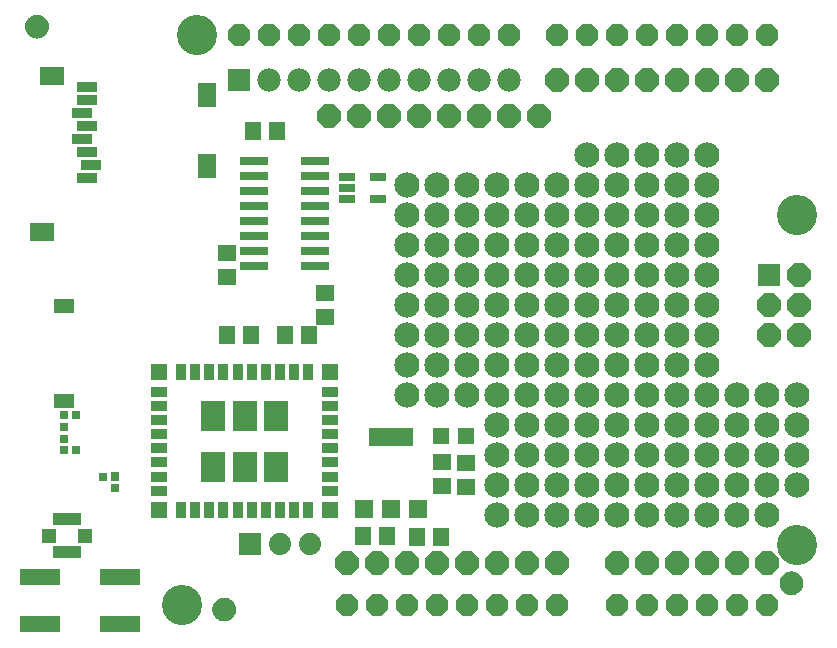
<source format=gbr>
G04 EAGLE Gerber RS-274X export*
G75*
%MOMM*%
%FSLAX34Y34*%
%LPD*%
%INSoldermask Top*%
%IPPOS*%
%AMOC8*
5,1,8,0,0,1.08239X$1,22.5*%
G01*
%ADD10C,3.403200*%
%ADD11R,0.903200X1.403200*%
%ADD12R,1.403200X1.403200*%
%ADD13R,1.403200X0.903200*%
%ADD14R,2.103200X2.603200*%
%ADD15R,1.703200X1.203200*%
%ADD16R,0.803200X0.803200*%
%ADD17R,1.403200X1.503200*%
%ADD18C,1.203200*%
%ADD19C,0.500000*%
%ADD20R,1.503200X1.403200*%
%ADD21R,1.503200X1.503200*%
%ADD22R,3.803200X1.503200*%
%ADD23R,2.403200X0.803200*%
%ADD24R,1.879600X1.879600*%
%ADD25C,1.879600*%
%ADD26R,2.403200X1.053200*%
%ADD27R,1.253200X1.203200*%
%ADD28P,2.034460X8X22.500000*%
%ADD29P,2.144431X8X22.500000*%
%ADD30R,1.981200X1.981200*%
%ADD31R,2.103200X1.603200*%
%ADD32R,1.603200X2.003200*%
%ADD33R,1.703200X0.903200*%
%ADD34C,1.981200*%
%ADD35P,2.144431X8X112.500000*%
%ADD36P,2.144431X8X292.500000*%
%ADD37R,3.403200X1.403200*%
%ADD38R,1.403200X0.753200*%
%ADD39C,2.133600*%


D10*
X152400Y508000D03*
X139700Y25400D03*
X660400Y76200D03*
X660400Y355600D03*
D11*
X138540Y105740D03*
X150540Y105740D03*
X162540Y105740D03*
X174540Y105740D03*
X186540Y105740D03*
X198540Y105740D03*
X210540Y105740D03*
X222540Y105740D03*
X234540Y105740D03*
X246540Y105740D03*
D12*
X120040Y105740D03*
X265040Y105740D03*
X265040Y222740D03*
X120040Y222740D03*
D13*
X265040Y122240D03*
X265040Y134240D03*
X265040Y146240D03*
X265040Y158240D03*
X265040Y170240D03*
X265040Y182240D03*
X265040Y194240D03*
X265040Y206240D03*
D11*
X246540Y222740D03*
X234540Y222740D03*
X222540Y222740D03*
X210540Y222740D03*
X198540Y222740D03*
X186540Y222740D03*
X174540Y222740D03*
X162540Y222740D03*
X150540Y222740D03*
X138540Y222740D03*
D13*
X120040Y206240D03*
X120040Y194240D03*
X120040Y182240D03*
X120040Y170240D03*
X120040Y158240D03*
X120040Y146240D03*
X120040Y134240D03*
X120040Y122240D03*
D14*
X192540Y142740D03*
X166040Y142740D03*
X219040Y142740D03*
X166040Y185740D03*
X192540Y185740D03*
X219040Y185740D03*
D15*
X39920Y198280D03*
X39920Y278280D03*
D16*
X50080Y186460D03*
X39920Y186460D03*
X50080Y156620D03*
X39920Y156620D03*
X40000Y166460D03*
X40000Y176620D03*
X72460Y134240D03*
X82620Y134240D03*
X82540Y134320D03*
X82540Y124160D03*
D17*
X197700Y254240D03*
X177380Y254240D03*
X246700Y254240D03*
X226380Y254240D03*
D18*
X16740Y515180D03*
D19*
X9240Y515180D02*
X9242Y514999D01*
X9249Y514818D01*
X9260Y514637D01*
X9275Y514456D01*
X9295Y514276D01*
X9319Y514096D01*
X9347Y513917D01*
X9380Y513739D01*
X9417Y513562D01*
X9458Y513385D01*
X9503Y513210D01*
X9553Y513035D01*
X9607Y512862D01*
X9665Y512691D01*
X9727Y512520D01*
X9794Y512352D01*
X9864Y512185D01*
X9938Y512019D01*
X10017Y511856D01*
X10099Y511695D01*
X10185Y511535D01*
X10275Y511378D01*
X10369Y511223D01*
X10466Y511070D01*
X10568Y510920D01*
X10672Y510772D01*
X10781Y510626D01*
X10892Y510484D01*
X11008Y510344D01*
X11126Y510207D01*
X11248Y510072D01*
X11373Y509941D01*
X11501Y509813D01*
X11632Y509688D01*
X11767Y509566D01*
X11904Y509448D01*
X12044Y509332D01*
X12186Y509221D01*
X12332Y509112D01*
X12480Y509008D01*
X12630Y508906D01*
X12783Y508809D01*
X12938Y508715D01*
X13095Y508625D01*
X13255Y508539D01*
X13416Y508457D01*
X13579Y508378D01*
X13745Y508304D01*
X13912Y508234D01*
X14080Y508167D01*
X14251Y508105D01*
X14422Y508047D01*
X14595Y507993D01*
X14770Y507943D01*
X14945Y507898D01*
X15122Y507857D01*
X15299Y507820D01*
X15477Y507787D01*
X15656Y507759D01*
X15836Y507735D01*
X16016Y507715D01*
X16197Y507700D01*
X16378Y507689D01*
X16559Y507682D01*
X16740Y507680D01*
X9240Y515180D02*
X9242Y515361D01*
X9249Y515542D01*
X9260Y515723D01*
X9275Y515904D01*
X9295Y516084D01*
X9319Y516264D01*
X9347Y516443D01*
X9380Y516621D01*
X9417Y516798D01*
X9458Y516975D01*
X9503Y517150D01*
X9553Y517325D01*
X9607Y517498D01*
X9665Y517669D01*
X9727Y517840D01*
X9794Y518008D01*
X9864Y518175D01*
X9938Y518341D01*
X10017Y518504D01*
X10099Y518665D01*
X10185Y518825D01*
X10275Y518982D01*
X10369Y519137D01*
X10466Y519290D01*
X10568Y519440D01*
X10672Y519588D01*
X10781Y519734D01*
X10892Y519876D01*
X11008Y520016D01*
X11126Y520153D01*
X11248Y520288D01*
X11373Y520419D01*
X11501Y520547D01*
X11632Y520672D01*
X11767Y520794D01*
X11904Y520912D01*
X12044Y521028D01*
X12186Y521139D01*
X12332Y521248D01*
X12480Y521352D01*
X12630Y521454D01*
X12783Y521551D01*
X12938Y521645D01*
X13095Y521735D01*
X13255Y521821D01*
X13416Y521903D01*
X13579Y521982D01*
X13745Y522056D01*
X13912Y522126D01*
X14080Y522193D01*
X14251Y522255D01*
X14422Y522313D01*
X14595Y522367D01*
X14770Y522417D01*
X14945Y522462D01*
X15122Y522503D01*
X15299Y522540D01*
X15477Y522573D01*
X15656Y522601D01*
X15836Y522625D01*
X16016Y522645D01*
X16197Y522660D01*
X16378Y522671D01*
X16559Y522678D01*
X16740Y522680D01*
X16921Y522678D01*
X17102Y522671D01*
X17283Y522660D01*
X17464Y522645D01*
X17644Y522625D01*
X17824Y522601D01*
X18003Y522573D01*
X18181Y522540D01*
X18358Y522503D01*
X18535Y522462D01*
X18710Y522417D01*
X18885Y522367D01*
X19058Y522313D01*
X19229Y522255D01*
X19400Y522193D01*
X19568Y522126D01*
X19735Y522056D01*
X19901Y521982D01*
X20064Y521903D01*
X20225Y521821D01*
X20385Y521735D01*
X20542Y521645D01*
X20697Y521551D01*
X20850Y521454D01*
X21000Y521352D01*
X21148Y521248D01*
X21294Y521139D01*
X21436Y521028D01*
X21576Y520912D01*
X21713Y520794D01*
X21848Y520672D01*
X21979Y520547D01*
X22107Y520419D01*
X22232Y520288D01*
X22354Y520153D01*
X22472Y520016D01*
X22588Y519876D01*
X22699Y519734D01*
X22808Y519588D01*
X22912Y519440D01*
X23014Y519290D01*
X23111Y519137D01*
X23205Y518982D01*
X23295Y518825D01*
X23381Y518665D01*
X23463Y518504D01*
X23542Y518341D01*
X23616Y518175D01*
X23686Y518008D01*
X23753Y517840D01*
X23815Y517669D01*
X23873Y517498D01*
X23927Y517325D01*
X23977Y517150D01*
X24022Y516975D01*
X24063Y516798D01*
X24100Y516621D01*
X24133Y516443D01*
X24161Y516264D01*
X24185Y516084D01*
X24205Y515904D01*
X24220Y515723D01*
X24231Y515542D01*
X24238Y515361D01*
X24240Y515180D01*
X24238Y514999D01*
X24231Y514818D01*
X24220Y514637D01*
X24205Y514456D01*
X24185Y514276D01*
X24161Y514096D01*
X24133Y513917D01*
X24100Y513739D01*
X24063Y513562D01*
X24022Y513385D01*
X23977Y513210D01*
X23927Y513035D01*
X23873Y512862D01*
X23815Y512691D01*
X23753Y512520D01*
X23686Y512352D01*
X23616Y512185D01*
X23542Y512019D01*
X23463Y511856D01*
X23381Y511695D01*
X23295Y511535D01*
X23205Y511378D01*
X23111Y511223D01*
X23014Y511070D01*
X22912Y510920D01*
X22808Y510772D01*
X22699Y510626D01*
X22588Y510484D01*
X22472Y510344D01*
X22354Y510207D01*
X22232Y510072D01*
X22107Y509941D01*
X21979Y509813D01*
X21848Y509688D01*
X21713Y509566D01*
X21576Y509448D01*
X21436Y509332D01*
X21294Y509221D01*
X21148Y509112D01*
X21000Y509008D01*
X20850Y508906D01*
X20697Y508809D01*
X20542Y508715D01*
X20385Y508625D01*
X20225Y508539D01*
X20064Y508457D01*
X19901Y508378D01*
X19735Y508304D01*
X19568Y508234D01*
X19400Y508167D01*
X19229Y508105D01*
X19058Y508047D01*
X18885Y507993D01*
X18710Y507943D01*
X18535Y507898D01*
X18358Y507857D01*
X18181Y507820D01*
X18003Y507787D01*
X17824Y507759D01*
X17644Y507735D01*
X17464Y507715D01*
X17283Y507700D01*
X17102Y507689D01*
X16921Y507682D01*
X16740Y507680D01*
D18*
X655470Y43890D03*
D19*
X647970Y43890D02*
X647972Y43709D01*
X647979Y43528D01*
X647990Y43347D01*
X648005Y43166D01*
X648025Y42986D01*
X648049Y42806D01*
X648077Y42627D01*
X648110Y42449D01*
X648147Y42272D01*
X648188Y42095D01*
X648233Y41920D01*
X648283Y41745D01*
X648337Y41572D01*
X648395Y41401D01*
X648457Y41230D01*
X648524Y41062D01*
X648594Y40895D01*
X648668Y40729D01*
X648747Y40566D01*
X648829Y40405D01*
X648915Y40245D01*
X649005Y40088D01*
X649099Y39933D01*
X649196Y39780D01*
X649298Y39630D01*
X649402Y39482D01*
X649511Y39336D01*
X649622Y39194D01*
X649738Y39054D01*
X649856Y38917D01*
X649978Y38782D01*
X650103Y38651D01*
X650231Y38523D01*
X650362Y38398D01*
X650497Y38276D01*
X650634Y38158D01*
X650774Y38042D01*
X650916Y37931D01*
X651062Y37822D01*
X651210Y37718D01*
X651360Y37616D01*
X651513Y37519D01*
X651668Y37425D01*
X651825Y37335D01*
X651985Y37249D01*
X652146Y37167D01*
X652309Y37088D01*
X652475Y37014D01*
X652642Y36944D01*
X652810Y36877D01*
X652981Y36815D01*
X653152Y36757D01*
X653325Y36703D01*
X653500Y36653D01*
X653675Y36608D01*
X653852Y36567D01*
X654029Y36530D01*
X654207Y36497D01*
X654386Y36469D01*
X654566Y36445D01*
X654746Y36425D01*
X654927Y36410D01*
X655108Y36399D01*
X655289Y36392D01*
X655470Y36390D01*
X647970Y43890D02*
X647972Y44071D01*
X647979Y44252D01*
X647990Y44433D01*
X648005Y44614D01*
X648025Y44794D01*
X648049Y44974D01*
X648077Y45153D01*
X648110Y45331D01*
X648147Y45508D01*
X648188Y45685D01*
X648233Y45860D01*
X648283Y46035D01*
X648337Y46208D01*
X648395Y46379D01*
X648457Y46550D01*
X648524Y46718D01*
X648594Y46885D01*
X648668Y47051D01*
X648747Y47214D01*
X648829Y47375D01*
X648915Y47535D01*
X649005Y47692D01*
X649099Y47847D01*
X649196Y48000D01*
X649298Y48150D01*
X649402Y48298D01*
X649511Y48444D01*
X649622Y48586D01*
X649738Y48726D01*
X649856Y48863D01*
X649978Y48998D01*
X650103Y49129D01*
X650231Y49257D01*
X650362Y49382D01*
X650497Y49504D01*
X650634Y49622D01*
X650774Y49738D01*
X650916Y49849D01*
X651062Y49958D01*
X651210Y50062D01*
X651360Y50164D01*
X651513Y50261D01*
X651668Y50355D01*
X651825Y50445D01*
X651985Y50531D01*
X652146Y50613D01*
X652309Y50692D01*
X652475Y50766D01*
X652642Y50836D01*
X652810Y50903D01*
X652981Y50965D01*
X653152Y51023D01*
X653325Y51077D01*
X653500Y51127D01*
X653675Y51172D01*
X653852Y51213D01*
X654029Y51250D01*
X654207Y51283D01*
X654386Y51311D01*
X654566Y51335D01*
X654746Y51355D01*
X654927Y51370D01*
X655108Y51381D01*
X655289Y51388D01*
X655470Y51390D01*
X655651Y51388D01*
X655832Y51381D01*
X656013Y51370D01*
X656194Y51355D01*
X656374Y51335D01*
X656554Y51311D01*
X656733Y51283D01*
X656911Y51250D01*
X657088Y51213D01*
X657265Y51172D01*
X657440Y51127D01*
X657615Y51077D01*
X657788Y51023D01*
X657959Y50965D01*
X658130Y50903D01*
X658298Y50836D01*
X658465Y50766D01*
X658631Y50692D01*
X658794Y50613D01*
X658955Y50531D01*
X659115Y50445D01*
X659272Y50355D01*
X659427Y50261D01*
X659580Y50164D01*
X659730Y50062D01*
X659878Y49958D01*
X660024Y49849D01*
X660166Y49738D01*
X660306Y49622D01*
X660443Y49504D01*
X660578Y49382D01*
X660709Y49257D01*
X660837Y49129D01*
X660962Y48998D01*
X661084Y48863D01*
X661202Y48726D01*
X661318Y48586D01*
X661429Y48444D01*
X661538Y48298D01*
X661642Y48150D01*
X661744Y48000D01*
X661841Y47847D01*
X661935Y47692D01*
X662025Y47535D01*
X662111Y47375D01*
X662193Y47214D01*
X662272Y47051D01*
X662346Y46885D01*
X662416Y46718D01*
X662483Y46550D01*
X662545Y46379D01*
X662603Y46208D01*
X662657Y46035D01*
X662707Y45860D01*
X662752Y45685D01*
X662793Y45508D01*
X662830Y45331D01*
X662863Y45153D01*
X662891Y44974D01*
X662915Y44794D01*
X662935Y44614D01*
X662950Y44433D01*
X662961Y44252D01*
X662968Y44071D01*
X662970Y43890D01*
X662968Y43709D01*
X662961Y43528D01*
X662950Y43347D01*
X662935Y43166D01*
X662915Y42986D01*
X662891Y42806D01*
X662863Y42627D01*
X662830Y42449D01*
X662793Y42272D01*
X662752Y42095D01*
X662707Y41920D01*
X662657Y41745D01*
X662603Y41572D01*
X662545Y41401D01*
X662483Y41230D01*
X662416Y41062D01*
X662346Y40895D01*
X662272Y40729D01*
X662193Y40566D01*
X662111Y40405D01*
X662025Y40245D01*
X661935Y40088D01*
X661841Y39933D01*
X661744Y39780D01*
X661642Y39630D01*
X661538Y39482D01*
X661429Y39336D01*
X661318Y39194D01*
X661202Y39054D01*
X661084Y38917D01*
X660962Y38782D01*
X660837Y38651D01*
X660709Y38523D01*
X660578Y38398D01*
X660443Y38276D01*
X660306Y38158D01*
X660166Y38042D01*
X660024Y37931D01*
X659878Y37822D01*
X659730Y37718D01*
X659580Y37616D01*
X659427Y37519D01*
X659272Y37425D01*
X659115Y37335D01*
X658955Y37249D01*
X658794Y37167D01*
X658631Y37088D01*
X658465Y37014D01*
X658298Y36944D01*
X658130Y36877D01*
X657959Y36815D01*
X657788Y36757D01*
X657615Y36703D01*
X657440Y36653D01*
X657265Y36608D01*
X657088Y36567D01*
X656911Y36530D01*
X656733Y36497D01*
X656554Y36469D01*
X656374Y36445D01*
X656194Y36425D01*
X656013Y36410D01*
X655832Y36399D01*
X655651Y36392D01*
X655470Y36390D01*
D20*
X360060Y126440D03*
X360060Y146760D03*
D17*
X199840Y426660D03*
X220160Y426660D03*
D21*
X293270Y106480D03*
X316270Y106480D03*
X339270Y106480D03*
D22*
X316270Y167480D03*
D17*
X313240Y83840D03*
X292920Y83840D03*
D23*
X200180Y389010D03*
X252180Y363610D03*
X200180Y401710D03*
X200180Y376310D03*
X200180Y363610D03*
X252180Y376310D03*
X252180Y350910D03*
X252180Y338210D03*
X200180Y338210D03*
X252180Y312810D03*
X200180Y350910D03*
X200180Y325510D03*
X252180Y325510D03*
X200180Y312810D03*
X252180Y389010D03*
X252180Y401710D03*
D17*
X358960Y83200D03*
X338640Y83200D03*
D20*
X177640Y303000D03*
X177640Y323320D03*
X261000Y269320D03*
X261000Y289640D03*
D24*
X197140Y77100D03*
D25*
X222540Y77100D03*
X247940Y77100D03*
D26*
X42540Y97990D03*
X42540Y70490D03*
D27*
X57790Y84240D03*
X27290Y84240D03*
D28*
X533400Y508000D03*
X508000Y25400D03*
X558800Y508000D03*
X584200Y508000D03*
X609600Y508000D03*
X635000Y508000D03*
X508000Y508000D03*
X482600Y508000D03*
X457200Y508000D03*
X416560Y508000D03*
X391160Y508000D03*
X365760Y508000D03*
X340360Y508000D03*
X314960Y508000D03*
X289560Y508000D03*
X264160Y508000D03*
X238760Y508000D03*
X533400Y25400D03*
X558800Y25400D03*
X584200Y25400D03*
X609600Y25400D03*
X635000Y25400D03*
X457200Y25400D03*
X431800Y25400D03*
X406400Y25400D03*
X381000Y25400D03*
X355600Y25400D03*
X330200Y25400D03*
X213360Y508000D03*
X187960Y508000D03*
X304800Y25400D03*
X279400Y25400D03*
D29*
X661670Y279400D03*
X636270Y279400D03*
D30*
X636270Y304800D03*
D29*
X661670Y304800D03*
X661670Y254000D03*
X636270Y254000D03*
D31*
X29700Y473040D03*
X20700Y341040D03*
D32*
X160700Y457040D03*
X160700Y397040D03*
D33*
X58700Y464040D03*
X58700Y453040D03*
X54700Y442040D03*
X58700Y431040D03*
X54700Y420040D03*
X58700Y409040D03*
X62700Y398040D03*
X58700Y387040D03*
D30*
X187960Y469900D03*
D34*
X213360Y469900D03*
X238760Y469900D03*
X264160Y469900D03*
X289560Y469900D03*
X314960Y469900D03*
X340360Y469900D03*
X365760Y469900D03*
X391160Y469900D03*
X416560Y469900D03*
D35*
X457200Y469900D03*
X482600Y469900D03*
X508000Y469900D03*
X533400Y469900D03*
X558800Y469900D03*
X584200Y469900D03*
X609600Y469900D03*
X635000Y469900D03*
D36*
X457200Y60960D03*
X431800Y60960D03*
X406400Y60960D03*
X381000Y60960D03*
X355600Y60960D03*
X330200Y60960D03*
X304800Y60960D03*
X279400Y60960D03*
X635000Y60960D03*
X609600Y60960D03*
X584200Y60960D03*
X558800Y60960D03*
X533400Y60960D03*
X508000Y60960D03*
D35*
X264160Y439420D03*
X289560Y439420D03*
X314960Y439420D03*
X340360Y439420D03*
X365760Y439420D03*
X391160Y439420D03*
X416560Y439420D03*
X441960Y439420D03*
D37*
X87340Y9210D03*
X19340Y9210D03*
X19340Y49210D03*
X87340Y49210D03*
D38*
X279100Y387960D03*
X279100Y378460D03*
X279100Y368960D03*
X305100Y368960D03*
X305100Y387960D03*
D12*
X380070Y168910D03*
X359070Y168910D03*
D20*
X379730Y125730D03*
X379730Y146050D03*
D18*
X175260Y21590D03*
D19*
X175260Y29090D02*
X175079Y29088D01*
X174898Y29081D01*
X174717Y29070D01*
X174536Y29055D01*
X174356Y29035D01*
X174176Y29011D01*
X173997Y28983D01*
X173819Y28950D01*
X173642Y28913D01*
X173465Y28872D01*
X173290Y28827D01*
X173115Y28777D01*
X172942Y28723D01*
X172771Y28665D01*
X172600Y28603D01*
X172432Y28536D01*
X172265Y28466D01*
X172099Y28392D01*
X171936Y28313D01*
X171775Y28231D01*
X171615Y28145D01*
X171458Y28055D01*
X171303Y27961D01*
X171150Y27864D01*
X171000Y27762D01*
X170852Y27658D01*
X170706Y27549D01*
X170564Y27438D01*
X170424Y27322D01*
X170287Y27204D01*
X170152Y27082D01*
X170021Y26957D01*
X169893Y26829D01*
X169768Y26698D01*
X169646Y26563D01*
X169528Y26426D01*
X169412Y26286D01*
X169301Y26144D01*
X169192Y25998D01*
X169088Y25850D01*
X168986Y25700D01*
X168889Y25547D01*
X168795Y25392D01*
X168705Y25235D01*
X168619Y25075D01*
X168537Y24914D01*
X168458Y24751D01*
X168384Y24585D01*
X168314Y24418D01*
X168247Y24250D01*
X168185Y24079D01*
X168127Y23908D01*
X168073Y23735D01*
X168023Y23560D01*
X167978Y23385D01*
X167937Y23208D01*
X167900Y23031D01*
X167867Y22853D01*
X167839Y22674D01*
X167815Y22494D01*
X167795Y22314D01*
X167780Y22133D01*
X167769Y21952D01*
X167762Y21771D01*
X167760Y21590D01*
X175260Y29090D02*
X175441Y29088D01*
X175622Y29081D01*
X175803Y29070D01*
X175984Y29055D01*
X176164Y29035D01*
X176344Y29011D01*
X176523Y28983D01*
X176701Y28950D01*
X176878Y28913D01*
X177055Y28872D01*
X177230Y28827D01*
X177405Y28777D01*
X177578Y28723D01*
X177749Y28665D01*
X177920Y28603D01*
X178088Y28536D01*
X178255Y28466D01*
X178421Y28392D01*
X178584Y28313D01*
X178745Y28231D01*
X178905Y28145D01*
X179062Y28055D01*
X179217Y27961D01*
X179370Y27864D01*
X179520Y27762D01*
X179668Y27658D01*
X179814Y27549D01*
X179956Y27438D01*
X180096Y27322D01*
X180233Y27204D01*
X180368Y27082D01*
X180499Y26957D01*
X180627Y26829D01*
X180752Y26698D01*
X180874Y26563D01*
X180992Y26426D01*
X181108Y26286D01*
X181219Y26144D01*
X181328Y25998D01*
X181432Y25850D01*
X181534Y25700D01*
X181631Y25547D01*
X181725Y25392D01*
X181815Y25235D01*
X181901Y25075D01*
X181983Y24914D01*
X182062Y24751D01*
X182136Y24585D01*
X182206Y24418D01*
X182273Y24250D01*
X182335Y24079D01*
X182393Y23908D01*
X182447Y23735D01*
X182497Y23560D01*
X182542Y23385D01*
X182583Y23208D01*
X182620Y23031D01*
X182653Y22853D01*
X182681Y22674D01*
X182705Y22494D01*
X182725Y22314D01*
X182740Y22133D01*
X182751Y21952D01*
X182758Y21771D01*
X182760Y21590D01*
X182758Y21409D01*
X182751Y21228D01*
X182740Y21047D01*
X182725Y20866D01*
X182705Y20686D01*
X182681Y20506D01*
X182653Y20327D01*
X182620Y20149D01*
X182583Y19972D01*
X182542Y19795D01*
X182497Y19620D01*
X182447Y19445D01*
X182393Y19272D01*
X182335Y19101D01*
X182273Y18930D01*
X182206Y18762D01*
X182136Y18595D01*
X182062Y18429D01*
X181983Y18266D01*
X181901Y18105D01*
X181815Y17945D01*
X181725Y17788D01*
X181631Y17633D01*
X181534Y17480D01*
X181432Y17330D01*
X181328Y17182D01*
X181219Y17036D01*
X181108Y16894D01*
X180992Y16754D01*
X180874Y16617D01*
X180752Y16482D01*
X180627Y16351D01*
X180499Y16223D01*
X180368Y16098D01*
X180233Y15976D01*
X180096Y15858D01*
X179956Y15742D01*
X179814Y15631D01*
X179668Y15522D01*
X179520Y15418D01*
X179370Y15316D01*
X179217Y15219D01*
X179062Y15125D01*
X178905Y15035D01*
X178745Y14949D01*
X178584Y14867D01*
X178421Y14788D01*
X178255Y14714D01*
X178088Y14644D01*
X177920Y14577D01*
X177749Y14515D01*
X177578Y14457D01*
X177405Y14403D01*
X177230Y14353D01*
X177055Y14308D01*
X176878Y14267D01*
X176701Y14230D01*
X176523Y14197D01*
X176344Y14169D01*
X176164Y14145D01*
X175984Y14125D01*
X175803Y14110D01*
X175622Y14099D01*
X175441Y14092D01*
X175260Y14090D01*
X175079Y14092D01*
X174898Y14099D01*
X174717Y14110D01*
X174536Y14125D01*
X174356Y14145D01*
X174176Y14169D01*
X173997Y14197D01*
X173819Y14230D01*
X173642Y14267D01*
X173465Y14308D01*
X173290Y14353D01*
X173115Y14403D01*
X172942Y14457D01*
X172771Y14515D01*
X172600Y14577D01*
X172432Y14644D01*
X172265Y14714D01*
X172099Y14788D01*
X171936Y14867D01*
X171775Y14949D01*
X171615Y15035D01*
X171458Y15125D01*
X171303Y15219D01*
X171150Y15316D01*
X171000Y15418D01*
X170852Y15522D01*
X170706Y15631D01*
X170564Y15742D01*
X170424Y15858D01*
X170287Y15976D01*
X170152Y16098D01*
X170021Y16223D01*
X169893Y16351D01*
X169768Y16482D01*
X169646Y16617D01*
X169528Y16754D01*
X169412Y16894D01*
X169301Y17036D01*
X169192Y17182D01*
X169088Y17330D01*
X168986Y17480D01*
X168889Y17633D01*
X168795Y17788D01*
X168705Y17945D01*
X168619Y18105D01*
X168537Y18266D01*
X168458Y18429D01*
X168384Y18595D01*
X168314Y18762D01*
X168247Y18930D01*
X168185Y19101D01*
X168127Y19272D01*
X168073Y19445D01*
X168023Y19620D01*
X167978Y19795D01*
X167937Y19972D01*
X167900Y20149D01*
X167867Y20327D01*
X167839Y20506D01*
X167815Y20686D01*
X167795Y20866D01*
X167780Y21047D01*
X167769Y21228D01*
X167762Y21409D01*
X167760Y21590D01*
D39*
X381000Y254000D03*
X381000Y304800D03*
X406400Y330200D03*
X406400Y304800D03*
X406400Y254000D03*
X406400Y228600D03*
X406400Y203200D03*
X406400Y177800D03*
X431800Y177800D03*
X431800Y203200D03*
X431800Y228600D03*
X431800Y254000D03*
X431800Y279400D03*
X431800Y304800D03*
X457200Y177800D03*
X457200Y203200D03*
X457200Y228600D03*
X457200Y254000D03*
X457200Y279400D03*
X457200Y304800D03*
X482600Y304800D03*
X482600Y279400D03*
X482600Y254000D03*
X482600Y228600D03*
X482600Y203200D03*
X508000Y177800D03*
X508000Y203200D03*
X508000Y228600D03*
X508000Y254000D03*
X508000Y279400D03*
X508000Y304800D03*
X533400Y177800D03*
X533400Y203200D03*
X533400Y228600D03*
X533400Y254000D03*
X533400Y279400D03*
X533400Y304800D03*
X533400Y330200D03*
X558800Y304800D03*
X558800Y279400D03*
X558800Y254000D03*
X558800Y228600D03*
X558800Y203200D03*
X558800Y177800D03*
X584200Y177800D03*
X584200Y203200D03*
X584200Y228600D03*
X584200Y254000D03*
X584200Y279400D03*
X584200Y304800D03*
X584200Y330200D03*
X482600Y177800D03*
X584200Y355600D03*
X558800Y355600D03*
X558800Y330200D03*
X533400Y355600D03*
X381000Y228600D03*
X406400Y152400D03*
X431800Y152400D03*
X381000Y279400D03*
X406400Y279400D03*
X431800Y330200D03*
X457200Y355600D03*
X457200Y330200D03*
X482600Y355600D03*
X482600Y330200D03*
X508000Y330200D03*
X508000Y355600D03*
X431800Y355600D03*
X381000Y355600D03*
X381000Y330200D03*
X609600Y203200D03*
X609600Y177800D03*
X482600Y152400D03*
X508000Y152400D03*
X533400Y152400D03*
X558800Y152400D03*
X584200Y152400D03*
X609600Y152400D03*
X406400Y355600D03*
X457200Y152400D03*
X381000Y203200D03*
X431800Y127000D03*
X457200Y127000D03*
X482600Y127000D03*
X508000Y127000D03*
X533400Y127000D03*
X558800Y127000D03*
X584200Y127000D03*
X609600Y127000D03*
X584200Y101600D03*
X558800Y101600D03*
X533400Y101600D03*
X508000Y101600D03*
X482600Y101600D03*
X355600Y355600D03*
X355600Y330200D03*
X355600Y304800D03*
X355600Y279400D03*
X355600Y254000D03*
X355600Y228600D03*
X355600Y203200D03*
X457200Y101600D03*
X431800Y101600D03*
X609600Y101600D03*
X431800Y381000D03*
X457200Y381000D03*
X482600Y381000D03*
X508000Y381000D03*
X533400Y381000D03*
X558800Y381000D03*
X584200Y381000D03*
X381000Y381000D03*
X406400Y381000D03*
X355600Y381000D03*
X482600Y406400D03*
X508000Y406400D03*
X533400Y406400D03*
X558800Y406400D03*
X584200Y406400D03*
X635000Y203200D03*
X660400Y203200D03*
X660400Y177800D03*
X635000Y177800D03*
X635000Y152400D03*
X660400Y152400D03*
X660400Y127000D03*
X635000Y127000D03*
X635000Y101600D03*
X330200Y381000D03*
X330200Y355600D03*
X330200Y330200D03*
X330200Y304800D03*
X330200Y279400D03*
X330200Y254000D03*
X330200Y228600D03*
X330200Y203200D03*
X406400Y127000D03*
X406400Y101600D03*
M02*

</source>
